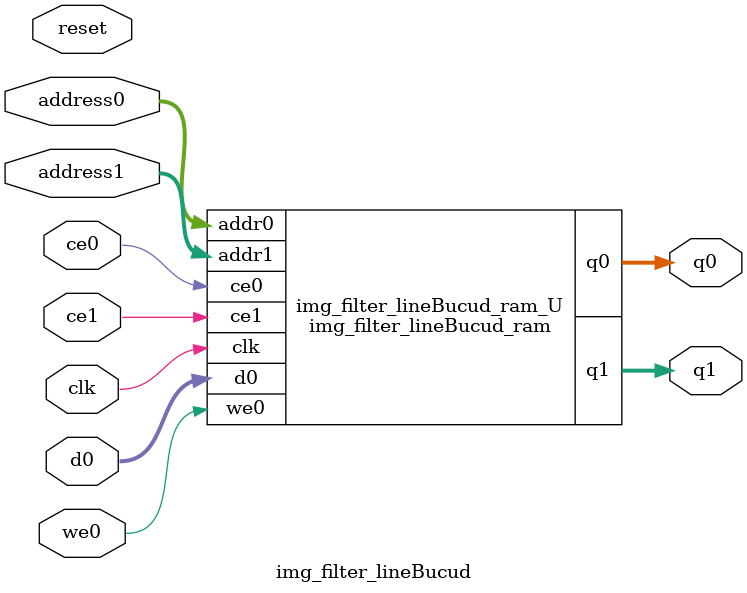
<source format=v>

`timescale 1 ns / 1 ps
module img_filter_lineBucud_ram (addr0, ce0, d0, we0, q0, addr1, ce1, q1,  clk);

parameter DWIDTH = 8;
parameter AWIDTH = 10;
parameter MEM_SIZE = 640;

input[AWIDTH-1:0] addr0;
input ce0;
input[DWIDTH-1:0] d0;
input we0;
output reg[DWIDTH-1:0] q0;
input[AWIDTH-1:0] addr1;
input ce1;
output reg[DWIDTH-1:0] q1;
input clk;

(* ram_style = "block" *)reg [DWIDTH-1:0] ram[0:MEM_SIZE-1];




always @(posedge clk)  
begin 
    if (ce0) 
    begin
        if (we0) 
        begin 
            ram[addr0] <= d0; 
            q0 <= d0;
        end 
        else 
            q0 <= ram[addr0];
    end
end


always @(posedge clk)  
begin 
    if (ce1) 
    begin
            q1 <= ram[addr1];
    end
end


endmodule


`timescale 1 ns / 1 ps
module img_filter_lineBucud(
    reset,
    clk,
    address0,
    ce0,
    we0,
    d0,
    q0,
    address1,
    ce1,
    q1);

parameter DataWidth = 32'd8;
parameter AddressRange = 32'd640;
parameter AddressWidth = 32'd10;
input reset;
input clk;
input[AddressWidth - 1:0] address0;
input ce0;
input we0;
input[DataWidth - 1:0] d0;
output[DataWidth - 1:0] q0;
input[AddressWidth - 1:0] address1;
input ce1;
output[DataWidth - 1:0] q1;



img_filter_lineBucud_ram img_filter_lineBucud_ram_U(
    .clk( clk ),
    .addr0( address0 ),
    .ce0( ce0 ),
    .d0( d0 ),
    .we0( we0 ),
    .q0( q0 ),
    .addr1( address1 ),
    .ce1( ce1 ),
    .q1( q1 ));

endmodule


</source>
